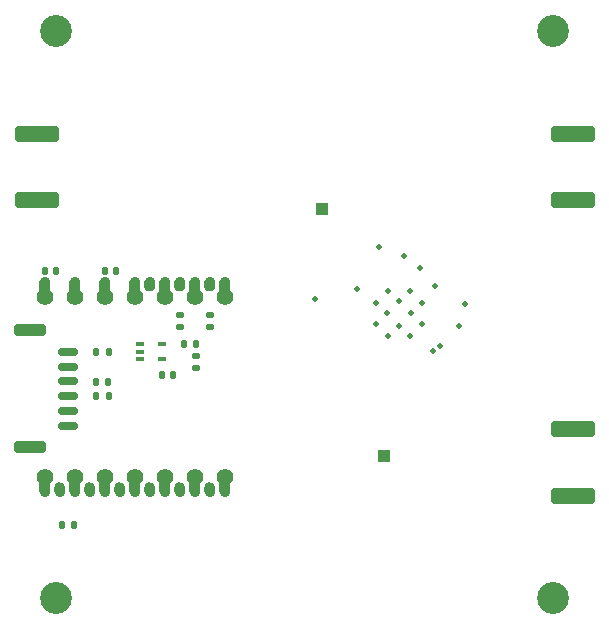
<source format=gbs>
%TF.GenerationSoftware,KiCad,Pcbnew,9.0.0*%
%TF.CreationDate,2025-03-30T18:56:19-05:00*%
%TF.ProjectId,radar-synth,72616461-722d-4737-996e-74682e6b6963,rev?*%
%TF.SameCoordinates,Original*%
%TF.FileFunction,Soldermask,Bot*%
%TF.FilePolarity,Negative*%
%FSLAX45Y45*%
G04 Gerber Fmt 4.5, Leading zero omitted, Abs format (unit mm)*
G04 Created by KiCad (PCBNEW 9.0.0) date 2025-03-30 18:56:19*
%MOMM*%
%LPD*%
G01*
G04 APERTURE LIST*
G04 Aperture macros list*
%AMRoundRect*
0 Rectangle with rounded corners*
0 $1 Rounding radius*
0 $2 $3 $4 $5 $6 $7 $8 $9 X,Y pos of 4 corners*
0 Add a 4 corners polygon primitive as box body*
4,1,4,$2,$3,$4,$5,$6,$7,$8,$9,$2,$3,0*
0 Add four circle primitives for the rounded corners*
1,1,$1+$1,$2,$3*
1,1,$1+$1,$4,$5*
1,1,$1+$1,$6,$7*
1,1,$1+$1,$8,$9*
0 Add four rect primitives between the rounded corners*
20,1,$1+$1,$2,$3,$4,$5,0*
20,1,$1+$1,$4,$5,$6,$7,0*
20,1,$1+$1,$6,$7,$8,$9,0*
20,1,$1+$1,$8,$9,$2,$3,0*%
G04 Aperture macros list end*
%ADD10C,0.000000*%
%ADD11C,2.700000*%
%ADD12R,1.000000X1.000000*%
%ADD13RoundRect,0.250000X1.600000X-0.425000X1.600000X0.425000X-1.600000X0.425000X-1.600000X-0.425000X0*%
%ADD14RoundRect,0.250000X-1.600000X0.425000X-1.600000X-0.425000X1.600000X-0.425000X1.600000X0.425000X0*%
%ADD15C,0.900000*%
%ADD16C,1.400000*%
%ADD17C,0.499999*%
%ADD18RoundRect,0.140000X-0.140000X-0.170000X0.140000X-0.170000X0.140000X0.170000X-0.140000X0.170000X0*%
%ADD19RoundRect,0.100000X-0.225000X-0.100000X0.225000X-0.100000X0.225000X0.100000X-0.225000X0.100000X0*%
%ADD20RoundRect,0.135000X0.185000X-0.135000X0.185000X0.135000X-0.185000X0.135000X-0.185000X-0.135000X0*%
%ADD21RoundRect,0.135000X0.135000X0.185000X-0.135000X0.185000X-0.135000X-0.185000X0.135000X-0.185000X0*%
%ADD22RoundRect,0.150000X0.700000X-0.150000X0.700000X0.150000X-0.700000X0.150000X-0.700000X-0.150000X0*%
%ADD23RoundRect,0.250000X1.100000X-0.250000X1.100000X0.250000X-1.100000X0.250000X-1.100000X-0.250000X0*%
%ADD24RoundRect,0.140000X0.140000X0.170000X-0.140000X0.170000X-0.140000X-0.170000X0.140000X-0.170000X0*%
%ADD25RoundRect,0.135000X-0.185000X0.135000X-0.185000X-0.135000X0.185000X-0.135000X0.185000X0.135000X0*%
%ADD26RoundRect,0.135000X-0.135000X-0.185000X0.135000X-0.185000X0.135000X0.185000X-0.135000X0.185000X0*%
%ADD27C,0.500000*%
G04 APERTURE END LIST*
%TO.C,U3*%
G36*
X13845180Y-7704280D02*
G01*
X13754820Y-7704280D01*
X13754820Y-7617920D01*
X13845180Y-7617920D01*
X13845180Y-7704280D01*
G37*
G36*
X13845180Y-9406080D02*
G01*
X13754820Y-9406080D01*
X13754820Y-9319720D01*
X13845180Y-9319720D01*
X13845180Y-9406080D01*
G37*
G36*
X14099180Y-7704280D02*
G01*
X14008820Y-7704280D01*
X14008820Y-7617920D01*
X14099180Y-7617920D01*
X14099180Y-7704280D01*
G37*
G36*
X14099180Y-9406080D02*
G01*
X14008820Y-9406080D01*
X14008820Y-9319720D01*
X14099180Y-9319720D01*
X14099180Y-9406080D01*
G37*
G36*
X14353180Y-7704280D02*
G01*
X14262820Y-7704280D01*
X14262820Y-7617920D01*
X14353180Y-7617920D01*
X14353180Y-7704280D01*
G37*
G36*
X14353180Y-9406080D02*
G01*
X14262820Y-9406080D01*
X14262820Y-9319720D01*
X14353180Y-9319720D01*
X14353180Y-9406080D01*
G37*
G36*
X14607180Y-7704280D02*
G01*
X14516820Y-7704280D01*
X14516820Y-7617920D01*
X14607180Y-7617920D01*
X14607180Y-7704280D01*
G37*
G36*
X14607180Y-9406080D02*
G01*
X14516820Y-9406080D01*
X14516820Y-9319720D01*
X14607180Y-9319720D01*
X14607180Y-9406080D01*
G37*
G36*
X14861180Y-7704280D02*
G01*
X14770820Y-7704280D01*
X14770820Y-7617920D01*
X14861180Y-7617920D01*
X14861180Y-7704280D01*
G37*
G36*
X14861180Y-9406080D02*
G01*
X14770820Y-9406080D01*
X14770820Y-9319720D01*
X14861180Y-9319720D01*
X14861180Y-9406080D01*
G37*
G36*
X15115180Y-7704280D02*
G01*
X15024820Y-7704280D01*
X15024820Y-7617920D01*
X15115180Y-7617920D01*
X15115180Y-7704280D01*
G37*
G36*
X15115180Y-9406080D02*
G01*
X15024820Y-9406080D01*
X15024820Y-9319720D01*
X15115180Y-9319720D01*
X15115180Y-9406080D01*
G37*
G36*
X15369180Y-7704280D02*
G01*
X15278820Y-7704280D01*
X15278820Y-7617920D01*
X15369180Y-7617920D01*
X15369180Y-7704280D01*
G37*
G36*
X15369180Y-9406080D02*
G01*
X15278820Y-9406080D01*
X15278820Y-9319720D01*
X15369180Y-9319720D01*
X15369180Y-9406080D01*
G37*
D10*
G36*
X13942363Y-9321773D02*
G01*
X13954418Y-9327916D01*
X13964278Y-9337776D01*
X13972180Y-9362095D01*
X13972180Y-9406080D01*
X13881820Y-9406080D01*
X13881820Y-9362500D01*
X13883873Y-9349537D01*
X13890015Y-9337482D01*
X13899876Y-9327622D01*
X13924195Y-9319720D01*
X13929400Y-9319720D01*
X13942363Y-9321773D01*
G37*
G36*
X14196363Y-9321773D02*
G01*
X14208418Y-9327916D01*
X14218278Y-9337776D01*
X14226180Y-9362095D01*
X14226180Y-9406080D01*
X14135820Y-9406080D01*
X14135820Y-9362500D01*
X14137873Y-9349537D01*
X14144015Y-9337482D01*
X14153876Y-9327622D01*
X14178195Y-9319720D01*
X14183400Y-9319720D01*
X14196363Y-9321773D01*
G37*
G36*
X14450363Y-9321773D02*
G01*
X14462418Y-9327916D01*
X14472278Y-9337776D01*
X14480180Y-9362095D01*
X14480180Y-9406080D01*
X14389820Y-9406080D01*
X14389820Y-9362500D01*
X14391873Y-9349537D01*
X14398015Y-9337482D01*
X14407876Y-9327622D01*
X14432195Y-9319720D01*
X14437400Y-9319720D01*
X14450363Y-9321773D01*
G37*
G36*
X14704363Y-9321773D02*
G01*
X14716418Y-9327916D01*
X14726278Y-9337776D01*
X14734180Y-9362095D01*
X14734180Y-9406080D01*
X14643820Y-9406080D01*
X14643820Y-9362500D01*
X14645873Y-9349537D01*
X14652015Y-9337482D01*
X14661876Y-9327622D01*
X14686195Y-9319720D01*
X14691400Y-9319720D01*
X14704363Y-9321773D01*
G37*
G36*
X14734180Y-7661500D02*
G01*
X14732127Y-7674463D01*
X14725984Y-7686518D01*
X14716124Y-7696378D01*
X14691805Y-7704280D01*
X14686600Y-7704280D01*
X14673637Y-7702227D01*
X14661582Y-7696084D01*
X14651722Y-7686224D01*
X14643820Y-7661905D01*
X14643820Y-7617920D01*
X14734180Y-7617920D01*
X14734180Y-7661500D01*
G37*
G36*
X14958363Y-9321773D02*
G01*
X14970418Y-9327916D01*
X14980278Y-9337776D01*
X14988180Y-9362095D01*
X14988180Y-9406080D01*
X14897820Y-9406080D01*
X14897820Y-9362500D01*
X14899873Y-9349537D01*
X14906015Y-9337482D01*
X14915876Y-9327622D01*
X14940195Y-9319720D01*
X14945400Y-9319720D01*
X14958363Y-9321773D01*
G37*
G36*
X14988180Y-7661500D02*
G01*
X14986127Y-7674463D01*
X14979984Y-7686518D01*
X14970124Y-7696378D01*
X14945805Y-7704280D01*
X14940600Y-7704280D01*
X14927637Y-7702227D01*
X14915582Y-7696084D01*
X14905722Y-7686224D01*
X14897820Y-7661905D01*
X14897820Y-7617920D01*
X14988180Y-7617920D01*
X14988180Y-7661500D01*
G37*
G36*
X15212363Y-9321773D02*
G01*
X15224418Y-9327916D01*
X15234278Y-9337776D01*
X15242180Y-9362095D01*
X15242180Y-9406080D01*
X15151820Y-9406080D01*
X15151820Y-9362500D01*
X15153873Y-9349537D01*
X15160015Y-9337482D01*
X15169876Y-9327622D01*
X15194195Y-9319720D01*
X15199400Y-9319720D01*
X15212363Y-9321773D01*
G37*
G36*
X15242180Y-7661500D02*
G01*
X15240127Y-7674463D01*
X15233984Y-7686518D01*
X15224124Y-7696378D01*
X15199805Y-7704280D01*
X15194600Y-7704280D01*
X15181637Y-7702227D01*
X15169582Y-7696084D01*
X15159722Y-7686224D01*
X15151820Y-7661905D01*
X15151820Y-7617920D01*
X15242180Y-7617920D01*
X15242180Y-7661500D01*
G37*
%TD*%
D11*
%TO.C,H1*%
X13900000Y-5500000D03*
%TD*%
D12*
%TO.C,TP1*%
X16150000Y-7010000D03*
%TD*%
D11*
%TO.C,H3*%
X18100000Y-10300000D03*
%TD*%
D13*
%TO.C,J4*%
X18271000Y-6367500D03*
X18271000Y-6932500D03*
%TD*%
D14*
%TO.C,J3*%
X13735000Y-6932500D03*
X13735000Y-6367500D03*
%TD*%
D13*
%TO.C,J5*%
X18271000Y-8867500D03*
X18271000Y-9432500D03*
%TD*%
D15*
%TO.C,U3*%
X13800000Y-9401000D03*
D16*
X13800000Y-9274000D03*
D15*
X14054000Y-9401000D03*
D16*
X14054000Y-9274000D03*
D15*
X14308000Y-9401000D03*
D16*
X14308000Y-9274000D03*
D15*
X14562000Y-9401000D03*
D16*
X14562000Y-9274000D03*
D15*
X14816000Y-9401000D03*
D16*
X14816000Y-9274000D03*
D15*
X15070000Y-9401000D03*
D16*
X15070000Y-9274000D03*
D15*
X15324000Y-9401000D03*
D16*
X15324000Y-9274000D03*
X15324000Y-7750000D03*
D15*
X15324000Y-7623000D03*
D16*
X15070000Y-7750000D03*
D15*
X15070000Y-7623000D03*
D16*
X14816000Y-7750000D03*
D15*
X14816000Y-7623000D03*
D16*
X14562000Y-7750000D03*
D15*
X14562000Y-7623000D03*
D16*
X14308000Y-7750000D03*
D15*
X14308000Y-7623000D03*
D16*
X14054000Y-7750000D03*
D15*
X14054000Y-7623000D03*
D16*
X13800000Y-7750000D03*
D15*
X13800000Y-7623000D03*
X13927000Y-9401000D03*
X14181000Y-9401000D03*
X14435000Y-9401000D03*
X14689000Y-9401000D03*
X14943000Y-9401000D03*
X15197000Y-9401000D03*
X15197000Y-7623000D03*
X14943000Y-7623000D03*
X14689000Y-7623000D03*
%TD*%
D11*
%TO.C,H4*%
X13900000Y-10300000D03*
%TD*%
D17*
%TO.C,U2*%
X16606959Y-7979802D03*
X16710197Y-8083040D03*
X16606959Y-7800197D03*
X16696762Y-7890000D03*
X16800000Y-7993238D03*
X16889802Y-8083040D03*
X16710197Y-7696959D03*
X16800000Y-7786762D03*
X16903238Y-7890000D03*
X16993040Y-7979802D03*
X16889802Y-7696959D03*
X16993040Y-7800197D03*
%TD*%
D12*
%TO.C,TP2*%
X16670000Y-9100000D03*
%TD*%
D11*
%TO.C,H2*%
X18100000Y-5500000D03*
%TD*%
D18*
%TO.C,C2*%
X14794000Y-8415000D03*
X14890000Y-8415000D03*
%TD*%
D19*
%TO.C,U1*%
X14605000Y-8280000D03*
X14605000Y-8215000D03*
X14605000Y-8150000D03*
X14795000Y-8150000D03*
X14795000Y-8280000D03*
%TD*%
D20*
%TO.C,R18*%
X15199000Y-8005000D03*
X15199000Y-7903000D03*
%TD*%
D21*
%TO.C,R2*%
X14051000Y-9680000D03*
X13949000Y-9680000D03*
%TD*%
D22*
%TO.C,J6*%
X14000000Y-8840000D03*
X14000000Y-8715000D03*
X14000000Y-8590000D03*
X14000000Y-8465000D03*
X14000000Y-8340000D03*
X14000000Y-8215000D03*
D23*
X13680000Y-9025000D03*
X13680000Y-8030000D03*
%TD*%
D20*
%TO.C,R19*%
X14943000Y-8008000D03*
X14943000Y-7906000D03*
%TD*%
D21*
%TO.C,R13*%
X15081000Y-8150000D03*
X14979000Y-8150000D03*
%TD*%
D24*
%TO.C,C28*%
X13898000Y-7530000D03*
X13802000Y-7530000D03*
%TD*%
D25*
%TO.C,R12*%
X15085000Y-8249000D03*
X15085000Y-8351000D03*
%TD*%
D26*
%TO.C,R1*%
X14239000Y-8215000D03*
X14341000Y-8215000D03*
%TD*%
%TO.C,R3*%
X14239000Y-8590000D03*
X14341000Y-8590000D03*
%TD*%
%TO.C,R4*%
X14238000Y-8470000D03*
X14340000Y-8470000D03*
%TD*%
D24*
%TO.C,C29*%
X14404003Y-7532007D03*
X14308003Y-7532007D03*
%TD*%
D27*
X16444000Y-7687000D03*
X17355519Y-7813902D03*
X16085000Y-7770000D03*
X17145000Y-8165000D03*
X17310000Y-7995000D03*
X17107259Y-7656350D03*
X16840000Y-7400000D03*
X16630000Y-7330000D03*
X17087883Y-8205469D03*
X16975000Y-7505000D03*
M02*

</source>
